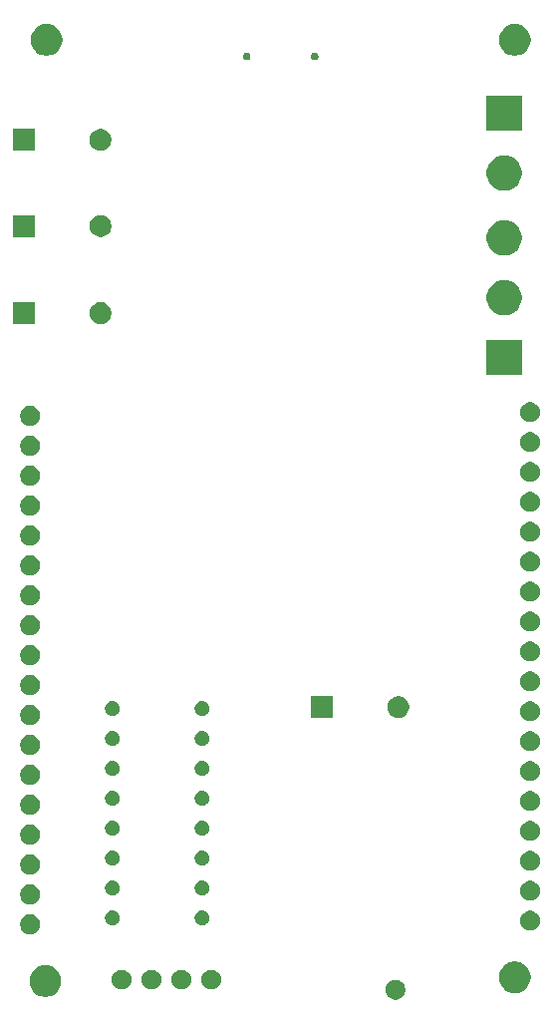
<source format=gbs>
G04 #@! TF.GenerationSoftware,KiCad,Pcbnew,9.0.4-9.0.4-0~ubuntu22.04.1*
G04 #@! TF.CreationDate,2025-09-21T20:47:05-04:00*
G04 #@! TF.ProjectId,Pico_RF_V1,5069636f-5f52-4465-9f56-312e6b696361,rev?*
G04 #@! TF.SameCoordinates,Original*
G04 #@! TF.FileFunction,Soldermask,Bot*
G04 #@! TF.FilePolarity,Negative*
%FSLAX46Y46*%
G04 Gerber Fmt 4.6, Leading zero omitted, Abs format (unit mm)*
G04 Created by KiCad (PCBNEW 9.0.4-9.0.4-0~ubuntu22.04.1) date 2025-09-21 20:47:05*
%MOMM*%
%LPD*%
G01*
G04 APERTURE LIST*
G04 APERTURE END LIST*
G36*
X133496742Y-146436601D02*
G01*
X133650687Y-146500367D01*
X133789234Y-146592941D01*
X133907059Y-146710766D01*
X133999633Y-146849313D01*
X134063399Y-147003258D01*
X134095907Y-147166685D01*
X134095907Y-147333315D01*
X134063399Y-147496742D01*
X133999633Y-147650687D01*
X133907059Y-147789234D01*
X133789234Y-147907059D01*
X133650687Y-147999633D01*
X133496742Y-148063399D01*
X133333315Y-148095907D01*
X133166685Y-148095907D01*
X133003258Y-148063399D01*
X132849313Y-147999633D01*
X132710766Y-147907059D01*
X132592941Y-147789234D01*
X132500367Y-147650687D01*
X132436601Y-147496742D01*
X132404093Y-147333315D01*
X132404093Y-147166685D01*
X132436601Y-147003258D01*
X132500367Y-146849313D01*
X132592941Y-146710766D01*
X132710766Y-146592941D01*
X132849313Y-146500367D01*
X133003258Y-146436601D01*
X133166685Y-146404093D01*
X133333315Y-146404093D01*
X133496742Y-146436601D01*
G37*
G36*
X103815151Y-145212427D02*
G01*
X104016623Y-145277889D01*
X104205373Y-145374062D01*
X104376755Y-145498578D01*
X104526548Y-145648371D01*
X104651064Y-145819753D01*
X104747237Y-146008503D01*
X104812699Y-146209975D01*
X104845838Y-146419206D01*
X104845838Y-146631046D01*
X104812699Y-146840277D01*
X104747237Y-147041749D01*
X104651064Y-147230499D01*
X104526548Y-147401881D01*
X104376755Y-147551674D01*
X104205373Y-147676190D01*
X104016623Y-147772363D01*
X103815151Y-147837825D01*
X103605920Y-147870964D01*
X103394080Y-147870964D01*
X103184849Y-147837825D01*
X102983377Y-147772363D01*
X102794627Y-147676190D01*
X102623245Y-147551674D01*
X102473452Y-147401881D01*
X102348936Y-147230499D01*
X102252763Y-147041749D01*
X102187301Y-146840277D01*
X102154162Y-146631046D01*
X102154162Y-146419206D01*
X102187301Y-146209975D01*
X102252763Y-146008503D01*
X102348936Y-145819753D01*
X102473452Y-145648371D01*
X102623245Y-145498578D01*
X102794627Y-145374062D01*
X102983377Y-145277889D01*
X103184849Y-145212427D01*
X103394080Y-145179288D01*
X103605920Y-145179288D01*
X103815151Y-145212427D01*
G37*
G36*
X143715151Y-144887301D02*
G01*
X143916623Y-144952763D01*
X144105373Y-145048936D01*
X144276755Y-145173452D01*
X144426548Y-145323245D01*
X144551064Y-145494627D01*
X144647237Y-145683377D01*
X144712699Y-145884849D01*
X144745838Y-146094080D01*
X144745838Y-146305920D01*
X144712699Y-146515151D01*
X144647237Y-146716623D01*
X144551064Y-146905373D01*
X144426548Y-147076755D01*
X144276755Y-147226548D01*
X144105373Y-147351064D01*
X143916623Y-147447237D01*
X143715151Y-147512699D01*
X143505920Y-147545838D01*
X143294080Y-147545838D01*
X143084849Y-147512699D01*
X142883377Y-147447237D01*
X142694627Y-147351064D01*
X142523245Y-147226548D01*
X142373452Y-147076755D01*
X142248936Y-146905373D01*
X142152763Y-146716623D01*
X142087301Y-146515151D01*
X142054162Y-146305920D01*
X142054162Y-146094080D01*
X142087301Y-145884849D01*
X142152763Y-145683377D01*
X142248936Y-145494627D01*
X142373452Y-145323245D01*
X142523245Y-145173452D01*
X142694627Y-145048936D01*
X142883377Y-144952763D01*
X143084849Y-144887301D01*
X143294080Y-144854162D01*
X143505920Y-144854162D01*
X143715151Y-144887301D01*
G37*
G36*
X110226742Y-145586601D02*
G01*
X110380687Y-145650367D01*
X110519234Y-145742941D01*
X110637059Y-145860766D01*
X110729633Y-145999313D01*
X110793399Y-146153258D01*
X110825907Y-146316685D01*
X110825907Y-146483315D01*
X110793399Y-146646742D01*
X110729633Y-146800687D01*
X110637059Y-146939234D01*
X110519234Y-147057059D01*
X110380687Y-147149633D01*
X110226742Y-147213399D01*
X110063315Y-147245907D01*
X109896685Y-147245907D01*
X109733258Y-147213399D01*
X109579313Y-147149633D01*
X109440766Y-147057059D01*
X109322941Y-146939234D01*
X109230367Y-146800687D01*
X109166601Y-146646742D01*
X109134093Y-146483315D01*
X109134093Y-146316685D01*
X109166601Y-146153258D01*
X109230367Y-145999313D01*
X109322941Y-145860766D01*
X109440766Y-145742941D01*
X109579313Y-145650367D01*
X109733258Y-145586601D01*
X109896685Y-145554093D01*
X110063315Y-145554093D01*
X110226742Y-145586601D01*
G37*
G36*
X112766742Y-145586601D02*
G01*
X112920687Y-145650367D01*
X113059234Y-145742941D01*
X113177059Y-145860766D01*
X113269633Y-145999313D01*
X113333399Y-146153258D01*
X113365907Y-146316685D01*
X113365907Y-146483315D01*
X113333399Y-146646742D01*
X113269633Y-146800687D01*
X113177059Y-146939234D01*
X113059234Y-147057059D01*
X112920687Y-147149633D01*
X112766742Y-147213399D01*
X112603315Y-147245907D01*
X112436685Y-147245907D01*
X112273258Y-147213399D01*
X112119313Y-147149633D01*
X111980766Y-147057059D01*
X111862941Y-146939234D01*
X111770367Y-146800687D01*
X111706601Y-146646742D01*
X111674093Y-146483315D01*
X111674093Y-146316685D01*
X111706601Y-146153258D01*
X111770367Y-145999313D01*
X111862941Y-145860766D01*
X111980766Y-145742941D01*
X112119313Y-145650367D01*
X112273258Y-145586601D01*
X112436685Y-145554093D01*
X112603315Y-145554093D01*
X112766742Y-145586601D01*
G37*
G36*
X115306742Y-145586601D02*
G01*
X115460687Y-145650367D01*
X115599234Y-145742941D01*
X115717059Y-145860766D01*
X115809633Y-145999313D01*
X115873399Y-146153258D01*
X115905907Y-146316685D01*
X115905907Y-146483315D01*
X115873399Y-146646742D01*
X115809633Y-146800687D01*
X115717059Y-146939234D01*
X115599234Y-147057059D01*
X115460687Y-147149633D01*
X115306742Y-147213399D01*
X115143315Y-147245907D01*
X114976685Y-147245907D01*
X114813258Y-147213399D01*
X114659313Y-147149633D01*
X114520766Y-147057059D01*
X114402941Y-146939234D01*
X114310367Y-146800687D01*
X114246601Y-146646742D01*
X114214093Y-146483315D01*
X114214093Y-146316685D01*
X114246601Y-146153258D01*
X114310367Y-145999313D01*
X114402941Y-145860766D01*
X114520766Y-145742941D01*
X114659313Y-145650367D01*
X114813258Y-145586601D01*
X114976685Y-145554093D01*
X115143315Y-145554093D01*
X115306742Y-145586601D01*
G37*
G36*
X117846742Y-145586601D02*
G01*
X118000687Y-145650367D01*
X118139234Y-145742941D01*
X118257059Y-145860766D01*
X118349633Y-145999313D01*
X118413399Y-146153258D01*
X118445907Y-146316685D01*
X118445907Y-146483315D01*
X118413399Y-146646742D01*
X118349633Y-146800687D01*
X118257059Y-146939234D01*
X118139234Y-147057059D01*
X118000687Y-147149633D01*
X117846742Y-147213399D01*
X117683315Y-147245907D01*
X117516685Y-147245907D01*
X117353258Y-147213399D01*
X117199313Y-147149633D01*
X117060766Y-147057059D01*
X116942941Y-146939234D01*
X116850367Y-146800687D01*
X116786601Y-146646742D01*
X116754093Y-146483315D01*
X116754093Y-146316685D01*
X116786601Y-146153258D01*
X116850367Y-145999313D01*
X116942941Y-145860766D01*
X117060766Y-145742941D01*
X117199313Y-145650367D01*
X117353258Y-145586601D01*
X117516685Y-145554093D01*
X117683315Y-145554093D01*
X117846742Y-145586601D01*
G37*
G36*
X102446742Y-140886601D02*
G01*
X102600687Y-140950367D01*
X102739234Y-141042941D01*
X102857059Y-141160766D01*
X102949633Y-141299313D01*
X103013399Y-141453258D01*
X103045907Y-141616685D01*
X103045907Y-141783315D01*
X103013399Y-141946742D01*
X102949633Y-142100687D01*
X102857059Y-142239234D01*
X102739234Y-142357059D01*
X102600687Y-142449633D01*
X102446742Y-142513399D01*
X102283315Y-142545907D01*
X102116685Y-142545907D01*
X101953258Y-142513399D01*
X101799313Y-142449633D01*
X101660766Y-142357059D01*
X101542941Y-142239234D01*
X101450367Y-142100687D01*
X101386601Y-141946742D01*
X101354093Y-141783315D01*
X101354093Y-141616685D01*
X101386601Y-141453258D01*
X101450367Y-141299313D01*
X101542941Y-141160766D01*
X101660766Y-141042941D01*
X101799313Y-140950367D01*
X101953258Y-140886601D01*
X102116685Y-140854093D01*
X102283315Y-140854093D01*
X102446742Y-140886601D01*
G37*
G36*
X144946742Y-140586601D02*
G01*
X145100687Y-140650367D01*
X145239234Y-140742941D01*
X145357059Y-140860766D01*
X145449633Y-140999313D01*
X145513399Y-141153258D01*
X145545907Y-141316685D01*
X145545907Y-141483315D01*
X145513399Y-141646742D01*
X145449633Y-141800687D01*
X145357059Y-141939234D01*
X145239234Y-142057059D01*
X145100687Y-142149633D01*
X144946742Y-142213399D01*
X144783315Y-142245907D01*
X144616685Y-142245907D01*
X144453258Y-142213399D01*
X144299313Y-142149633D01*
X144160766Y-142057059D01*
X144042941Y-141939234D01*
X143950367Y-141800687D01*
X143886601Y-141646742D01*
X143854093Y-141483315D01*
X143854093Y-141316685D01*
X143886601Y-141153258D01*
X143950367Y-140999313D01*
X144042941Y-140860766D01*
X144160766Y-140742941D01*
X144299313Y-140650367D01*
X144453258Y-140586601D01*
X144616685Y-140554093D01*
X144783315Y-140554093D01*
X144946742Y-140586601D01*
G37*
G36*
X109384186Y-140532821D02*
G01*
X109499101Y-140580421D01*
X109602523Y-140649525D01*
X109690475Y-140737477D01*
X109759579Y-140840899D01*
X109807179Y-140955814D01*
X109831445Y-141077808D01*
X109831445Y-141202192D01*
X109807179Y-141324186D01*
X109759579Y-141439101D01*
X109690475Y-141542523D01*
X109602523Y-141630475D01*
X109499101Y-141699579D01*
X109384186Y-141747179D01*
X109262192Y-141771445D01*
X109137808Y-141771445D01*
X109015814Y-141747179D01*
X108900899Y-141699579D01*
X108797477Y-141630475D01*
X108709525Y-141542523D01*
X108640421Y-141439101D01*
X108592821Y-141324186D01*
X108568555Y-141202192D01*
X108568555Y-141077808D01*
X108592821Y-140955814D01*
X108640421Y-140840899D01*
X108709525Y-140737477D01*
X108797477Y-140649525D01*
X108900899Y-140580421D01*
X109015814Y-140532821D01*
X109137808Y-140508555D01*
X109262192Y-140508555D01*
X109384186Y-140532821D01*
G37*
G36*
X117004186Y-140532821D02*
G01*
X117119101Y-140580421D01*
X117222523Y-140649525D01*
X117310475Y-140737477D01*
X117379579Y-140840899D01*
X117427179Y-140955814D01*
X117451445Y-141077808D01*
X117451445Y-141202192D01*
X117427179Y-141324186D01*
X117379579Y-141439101D01*
X117310475Y-141542523D01*
X117222523Y-141630475D01*
X117119101Y-141699579D01*
X117004186Y-141747179D01*
X116882192Y-141771445D01*
X116757808Y-141771445D01*
X116635814Y-141747179D01*
X116520899Y-141699579D01*
X116417477Y-141630475D01*
X116329525Y-141542523D01*
X116260421Y-141439101D01*
X116212821Y-141324186D01*
X116188555Y-141202192D01*
X116188555Y-141077808D01*
X116212821Y-140955814D01*
X116260421Y-140840899D01*
X116329525Y-140737477D01*
X116417477Y-140649525D01*
X116520899Y-140580421D01*
X116635814Y-140532821D01*
X116757808Y-140508555D01*
X116882192Y-140508555D01*
X117004186Y-140532821D01*
G37*
G36*
X102446742Y-138346601D02*
G01*
X102600687Y-138410367D01*
X102739234Y-138502941D01*
X102857059Y-138620766D01*
X102949633Y-138759313D01*
X103013399Y-138913258D01*
X103045907Y-139076685D01*
X103045907Y-139243315D01*
X103013399Y-139406742D01*
X102949633Y-139560687D01*
X102857059Y-139699234D01*
X102739234Y-139817059D01*
X102600687Y-139909633D01*
X102446742Y-139973399D01*
X102283315Y-140005907D01*
X102116685Y-140005907D01*
X101953258Y-139973399D01*
X101799313Y-139909633D01*
X101660766Y-139817059D01*
X101542941Y-139699234D01*
X101450367Y-139560687D01*
X101386601Y-139406742D01*
X101354093Y-139243315D01*
X101354093Y-139076685D01*
X101386601Y-138913258D01*
X101450367Y-138759313D01*
X101542941Y-138620766D01*
X101660766Y-138502941D01*
X101799313Y-138410367D01*
X101953258Y-138346601D01*
X102116685Y-138314093D01*
X102283315Y-138314093D01*
X102446742Y-138346601D01*
G37*
G36*
X144946742Y-138046601D02*
G01*
X145100687Y-138110367D01*
X145239234Y-138202941D01*
X145357059Y-138320766D01*
X145449633Y-138459313D01*
X145513399Y-138613258D01*
X145545907Y-138776685D01*
X145545907Y-138943315D01*
X145513399Y-139106742D01*
X145449633Y-139260687D01*
X145357059Y-139399234D01*
X145239234Y-139517059D01*
X145100687Y-139609633D01*
X144946742Y-139673399D01*
X144783315Y-139705907D01*
X144616685Y-139705907D01*
X144453258Y-139673399D01*
X144299313Y-139609633D01*
X144160766Y-139517059D01*
X144042941Y-139399234D01*
X143950367Y-139260687D01*
X143886601Y-139106742D01*
X143854093Y-138943315D01*
X143854093Y-138776685D01*
X143886601Y-138613258D01*
X143950367Y-138459313D01*
X144042941Y-138320766D01*
X144160766Y-138202941D01*
X144299313Y-138110367D01*
X144453258Y-138046601D01*
X144616685Y-138014093D01*
X144783315Y-138014093D01*
X144946742Y-138046601D01*
G37*
G36*
X109384186Y-137992821D02*
G01*
X109499101Y-138040421D01*
X109602523Y-138109525D01*
X109690475Y-138197477D01*
X109759579Y-138300899D01*
X109807179Y-138415814D01*
X109831445Y-138537808D01*
X109831445Y-138662192D01*
X109807179Y-138784186D01*
X109759579Y-138899101D01*
X109690475Y-139002523D01*
X109602523Y-139090475D01*
X109499101Y-139159579D01*
X109384186Y-139207179D01*
X109262192Y-139231445D01*
X109137808Y-139231445D01*
X109015814Y-139207179D01*
X108900899Y-139159579D01*
X108797477Y-139090475D01*
X108709525Y-139002523D01*
X108640421Y-138899101D01*
X108592821Y-138784186D01*
X108568555Y-138662192D01*
X108568555Y-138537808D01*
X108592821Y-138415814D01*
X108640421Y-138300899D01*
X108709525Y-138197477D01*
X108797477Y-138109525D01*
X108900899Y-138040421D01*
X109015814Y-137992821D01*
X109137808Y-137968555D01*
X109262192Y-137968555D01*
X109384186Y-137992821D01*
G37*
G36*
X117004186Y-137992821D02*
G01*
X117119101Y-138040421D01*
X117222523Y-138109525D01*
X117310475Y-138197477D01*
X117379579Y-138300899D01*
X117427179Y-138415814D01*
X117451445Y-138537808D01*
X117451445Y-138662192D01*
X117427179Y-138784186D01*
X117379579Y-138899101D01*
X117310475Y-139002523D01*
X117222523Y-139090475D01*
X117119101Y-139159579D01*
X117004186Y-139207179D01*
X116882192Y-139231445D01*
X116757808Y-139231445D01*
X116635814Y-139207179D01*
X116520899Y-139159579D01*
X116417477Y-139090475D01*
X116329525Y-139002523D01*
X116260421Y-138899101D01*
X116212821Y-138784186D01*
X116188555Y-138662192D01*
X116188555Y-138537808D01*
X116212821Y-138415814D01*
X116260421Y-138300899D01*
X116329525Y-138197477D01*
X116417477Y-138109525D01*
X116520899Y-138040421D01*
X116635814Y-137992821D01*
X116757808Y-137968555D01*
X116882192Y-137968555D01*
X117004186Y-137992821D01*
G37*
G36*
X102446742Y-135806601D02*
G01*
X102600687Y-135870367D01*
X102739234Y-135962941D01*
X102857059Y-136080766D01*
X102949633Y-136219313D01*
X103013399Y-136373258D01*
X103045907Y-136536685D01*
X103045907Y-136703315D01*
X103013399Y-136866742D01*
X102949633Y-137020687D01*
X102857059Y-137159234D01*
X102739234Y-137277059D01*
X102600687Y-137369633D01*
X102446742Y-137433399D01*
X102283315Y-137465907D01*
X102116685Y-137465907D01*
X101953258Y-137433399D01*
X101799313Y-137369633D01*
X101660766Y-137277059D01*
X101542941Y-137159234D01*
X101450367Y-137020687D01*
X101386601Y-136866742D01*
X101354093Y-136703315D01*
X101354093Y-136536685D01*
X101386601Y-136373258D01*
X101450367Y-136219313D01*
X101542941Y-136080766D01*
X101660766Y-135962941D01*
X101799313Y-135870367D01*
X101953258Y-135806601D01*
X102116685Y-135774093D01*
X102283315Y-135774093D01*
X102446742Y-135806601D01*
G37*
G36*
X144946742Y-135506601D02*
G01*
X145100687Y-135570367D01*
X145239234Y-135662941D01*
X145357059Y-135780766D01*
X145449633Y-135919313D01*
X145513399Y-136073258D01*
X145545907Y-136236685D01*
X145545907Y-136403315D01*
X145513399Y-136566742D01*
X145449633Y-136720687D01*
X145357059Y-136859234D01*
X145239234Y-136977059D01*
X145100687Y-137069633D01*
X144946742Y-137133399D01*
X144783315Y-137165907D01*
X144616685Y-137165907D01*
X144453258Y-137133399D01*
X144299313Y-137069633D01*
X144160766Y-136977059D01*
X144042941Y-136859234D01*
X143950367Y-136720687D01*
X143886601Y-136566742D01*
X143854093Y-136403315D01*
X143854093Y-136236685D01*
X143886601Y-136073258D01*
X143950367Y-135919313D01*
X144042941Y-135780766D01*
X144160766Y-135662941D01*
X144299313Y-135570367D01*
X144453258Y-135506601D01*
X144616685Y-135474093D01*
X144783315Y-135474093D01*
X144946742Y-135506601D01*
G37*
G36*
X109384186Y-135452821D02*
G01*
X109499101Y-135500421D01*
X109602523Y-135569525D01*
X109690475Y-135657477D01*
X109759579Y-135760899D01*
X109807179Y-135875814D01*
X109831445Y-135997808D01*
X109831445Y-136122192D01*
X109807179Y-136244186D01*
X109759579Y-136359101D01*
X109690475Y-136462523D01*
X109602523Y-136550475D01*
X109499101Y-136619579D01*
X109384186Y-136667179D01*
X109262192Y-136691445D01*
X109137808Y-136691445D01*
X109015814Y-136667179D01*
X108900899Y-136619579D01*
X108797477Y-136550475D01*
X108709525Y-136462523D01*
X108640421Y-136359101D01*
X108592821Y-136244186D01*
X108568555Y-136122192D01*
X108568555Y-135997808D01*
X108592821Y-135875814D01*
X108640421Y-135760899D01*
X108709525Y-135657477D01*
X108797477Y-135569525D01*
X108900899Y-135500421D01*
X109015814Y-135452821D01*
X109137808Y-135428555D01*
X109262192Y-135428555D01*
X109384186Y-135452821D01*
G37*
G36*
X117004186Y-135452821D02*
G01*
X117119101Y-135500421D01*
X117222523Y-135569525D01*
X117310475Y-135657477D01*
X117379579Y-135760899D01*
X117427179Y-135875814D01*
X117451445Y-135997808D01*
X117451445Y-136122192D01*
X117427179Y-136244186D01*
X117379579Y-136359101D01*
X117310475Y-136462523D01*
X117222523Y-136550475D01*
X117119101Y-136619579D01*
X117004186Y-136667179D01*
X116882192Y-136691445D01*
X116757808Y-136691445D01*
X116635814Y-136667179D01*
X116520899Y-136619579D01*
X116417477Y-136550475D01*
X116329525Y-136462523D01*
X116260421Y-136359101D01*
X116212821Y-136244186D01*
X116188555Y-136122192D01*
X116188555Y-135997808D01*
X116212821Y-135875814D01*
X116260421Y-135760899D01*
X116329525Y-135657477D01*
X116417477Y-135569525D01*
X116520899Y-135500421D01*
X116635814Y-135452821D01*
X116757808Y-135428555D01*
X116882192Y-135428555D01*
X117004186Y-135452821D01*
G37*
G36*
X102446742Y-133266601D02*
G01*
X102600687Y-133330367D01*
X102739234Y-133422941D01*
X102857059Y-133540766D01*
X102949633Y-133679313D01*
X103013399Y-133833258D01*
X103045907Y-133996685D01*
X103045907Y-134163315D01*
X103013399Y-134326742D01*
X102949633Y-134480687D01*
X102857059Y-134619234D01*
X102739234Y-134737059D01*
X102600687Y-134829633D01*
X102446742Y-134893399D01*
X102283315Y-134925907D01*
X102116685Y-134925907D01*
X101953258Y-134893399D01*
X101799313Y-134829633D01*
X101660766Y-134737059D01*
X101542941Y-134619234D01*
X101450367Y-134480687D01*
X101386601Y-134326742D01*
X101354093Y-134163315D01*
X101354093Y-133996685D01*
X101386601Y-133833258D01*
X101450367Y-133679313D01*
X101542941Y-133540766D01*
X101660766Y-133422941D01*
X101799313Y-133330367D01*
X101953258Y-133266601D01*
X102116685Y-133234093D01*
X102283315Y-133234093D01*
X102446742Y-133266601D01*
G37*
G36*
X144946742Y-132966601D02*
G01*
X145100687Y-133030367D01*
X145239234Y-133122941D01*
X145357059Y-133240766D01*
X145449633Y-133379313D01*
X145513399Y-133533258D01*
X145545907Y-133696685D01*
X145545907Y-133863315D01*
X145513399Y-134026742D01*
X145449633Y-134180687D01*
X145357059Y-134319234D01*
X145239234Y-134437059D01*
X145100687Y-134529633D01*
X144946742Y-134593399D01*
X144783315Y-134625907D01*
X144616685Y-134625907D01*
X144453258Y-134593399D01*
X144299313Y-134529633D01*
X144160766Y-134437059D01*
X144042941Y-134319234D01*
X143950367Y-134180687D01*
X143886601Y-134026742D01*
X143854093Y-133863315D01*
X143854093Y-133696685D01*
X143886601Y-133533258D01*
X143950367Y-133379313D01*
X144042941Y-133240766D01*
X144160766Y-133122941D01*
X144299313Y-133030367D01*
X144453258Y-132966601D01*
X144616685Y-132934093D01*
X144783315Y-132934093D01*
X144946742Y-132966601D01*
G37*
G36*
X109384186Y-132912821D02*
G01*
X109499101Y-132960421D01*
X109602523Y-133029525D01*
X109690475Y-133117477D01*
X109759579Y-133220899D01*
X109807179Y-133335814D01*
X109831445Y-133457808D01*
X109831445Y-133582192D01*
X109807179Y-133704186D01*
X109759579Y-133819101D01*
X109690475Y-133922523D01*
X109602523Y-134010475D01*
X109499101Y-134079579D01*
X109384186Y-134127179D01*
X109262192Y-134151445D01*
X109137808Y-134151445D01*
X109015814Y-134127179D01*
X108900899Y-134079579D01*
X108797477Y-134010475D01*
X108709525Y-133922523D01*
X108640421Y-133819101D01*
X108592821Y-133704186D01*
X108568555Y-133582192D01*
X108568555Y-133457808D01*
X108592821Y-133335814D01*
X108640421Y-133220899D01*
X108709525Y-133117477D01*
X108797477Y-133029525D01*
X108900899Y-132960421D01*
X109015814Y-132912821D01*
X109137808Y-132888555D01*
X109262192Y-132888555D01*
X109384186Y-132912821D01*
G37*
G36*
X117004186Y-132912821D02*
G01*
X117119101Y-132960421D01*
X117222523Y-133029525D01*
X117310475Y-133117477D01*
X117379579Y-133220899D01*
X117427179Y-133335814D01*
X117451445Y-133457808D01*
X117451445Y-133582192D01*
X117427179Y-133704186D01*
X117379579Y-133819101D01*
X117310475Y-133922523D01*
X117222523Y-134010475D01*
X117119101Y-134079579D01*
X117004186Y-134127179D01*
X116882192Y-134151445D01*
X116757808Y-134151445D01*
X116635814Y-134127179D01*
X116520899Y-134079579D01*
X116417477Y-134010475D01*
X116329525Y-133922523D01*
X116260421Y-133819101D01*
X116212821Y-133704186D01*
X116188555Y-133582192D01*
X116188555Y-133457808D01*
X116212821Y-133335814D01*
X116260421Y-133220899D01*
X116329525Y-133117477D01*
X116417477Y-133029525D01*
X116520899Y-132960421D01*
X116635814Y-132912821D01*
X116757808Y-132888555D01*
X116882192Y-132888555D01*
X117004186Y-132912821D01*
G37*
G36*
X102446742Y-130726601D02*
G01*
X102600687Y-130790367D01*
X102739234Y-130882941D01*
X102857059Y-131000766D01*
X102949633Y-131139313D01*
X103013399Y-131293258D01*
X103045907Y-131456685D01*
X103045907Y-131623315D01*
X103013399Y-131786742D01*
X102949633Y-131940687D01*
X102857059Y-132079234D01*
X102739234Y-132197059D01*
X102600687Y-132289633D01*
X102446742Y-132353399D01*
X102283315Y-132385907D01*
X102116685Y-132385907D01*
X101953258Y-132353399D01*
X101799313Y-132289633D01*
X101660766Y-132197059D01*
X101542941Y-132079234D01*
X101450367Y-131940687D01*
X101386601Y-131786742D01*
X101354093Y-131623315D01*
X101354093Y-131456685D01*
X101386601Y-131293258D01*
X101450367Y-131139313D01*
X101542941Y-131000766D01*
X101660766Y-130882941D01*
X101799313Y-130790367D01*
X101953258Y-130726601D01*
X102116685Y-130694093D01*
X102283315Y-130694093D01*
X102446742Y-130726601D01*
G37*
G36*
X144946742Y-130426601D02*
G01*
X145100687Y-130490367D01*
X145239234Y-130582941D01*
X145357059Y-130700766D01*
X145449633Y-130839313D01*
X145513399Y-130993258D01*
X145545907Y-131156685D01*
X145545907Y-131323315D01*
X145513399Y-131486742D01*
X145449633Y-131640687D01*
X145357059Y-131779234D01*
X145239234Y-131897059D01*
X145100687Y-131989633D01*
X144946742Y-132053399D01*
X144783315Y-132085907D01*
X144616685Y-132085907D01*
X144453258Y-132053399D01*
X144299313Y-131989633D01*
X144160766Y-131897059D01*
X144042941Y-131779234D01*
X143950367Y-131640687D01*
X143886601Y-131486742D01*
X143854093Y-131323315D01*
X143854093Y-131156685D01*
X143886601Y-130993258D01*
X143950367Y-130839313D01*
X144042941Y-130700766D01*
X144160766Y-130582941D01*
X144299313Y-130490367D01*
X144453258Y-130426601D01*
X144616685Y-130394093D01*
X144783315Y-130394093D01*
X144946742Y-130426601D01*
G37*
G36*
X109384186Y-130372821D02*
G01*
X109499101Y-130420421D01*
X109602523Y-130489525D01*
X109690475Y-130577477D01*
X109759579Y-130680899D01*
X109807179Y-130795814D01*
X109831445Y-130917808D01*
X109831445Y-131042192D01*
X109807179Y-131164186D01*
X109759579Y-131279101D01*
X109690475Y-131382523D01*
X109602523Y-131470475D01*
X109499101Y-131539579D01*
X109384186Y-131587179D01*
X109262192Y-131611445D01*
X109137808Y-131611445D01*
X109015814Y-131587179D01*
X108900899Y-131539579D01*
X108797477Y-131470475D01*
X108709525Y-131382523D01*
X108640421Y-131279101D01*
X108592821Y-131164186D01*
X108568555Y-131042192D01*
X108568555Y-130917808D01*
X108592821Y-130795814D01*
X108640421Y-130680899D01*
X108709525Y-130577477D01*
X108797477Y-130489525D01*
X108900899Y-130420421D01*
X109015814Y-130372821D01*
X109137808Y-130348555D01*
X109262192Y-130348555D01*
X109384186Y-130372821D01*
G37*
G36*
X117004186Y-130372821D02*
G01*
X117119101Y-130420421D01*
X117222523Y-130489525D01*
X117310475Y-130577477D01*
X117379579Y-130680899D01*
X117427179Y-130795814D01*
X117451445Y-130917808D01*
X117451445Y-131042192D01*
X117427179Y-131164186D01*
X117379579Y-131279101D01*
X117310475Y-131382523D01*
X117222523Y-131470475D01*
X117119101Y-131539579D01*
X117004186Y-131587179D01*
X116882192Y-131611445D01*
X116757808Y-131611445D01*
X116635814Y-131587179D01*
X116520899Y-131539579D01*
X116417477Y-131470475D01*
X116329525Y-131382523D01*
X116260421Y-131279101D01*
X116212821Y-131164186D01*
X116188555Y-131042192D01*
X116188555Y-130917808D01*
X116212821Y-130795814D01*
X116260421Y-130680899D01*
X116329525Y-130577477D01*
X116417477Y-130489525D01*
X116520899Y-130420421D01*
X116635814Y-130372821D01*
X116757808Y-130348555D01*
X116882192Y-130348555D01*
X117004186Y-130372821D01*
G37*
G36*
X102446742Y-128186601D02*
G01*
X102600687Y-128250367D01*
X102739234Y-128342941D01*
X102857059Y-128460766D01*
X102949633Y-128599313D01*
X103013399Y-128753258D01*
X103045907Y-128916685D01*
X103045907Y-129083315D01*
X103013399Y-129246742D01*
X102949633Y-129400687D01*
X102857059Y-129539234D01*
X102739234Y-129657059D01*
X102600687Y-129749633D01*
X102446742Y-129813399D01*
X102283315Y-129845907D01*
X102116685Y-129845907D01*
X101953258Y-129813399D01*
X101799313Y-129749633D01*
X101660766Y-129657059D01*
X101542941Y-129539234D01*
X101450367Y-129400687D01*
X101386601Y-129246742D01*
X101354093Y-129083315D01*
X101354093Y-128916685D01*
X101386601Y-128753258D01*
X101450367Y-128599313D01*
X101542941Y-128460766D01*
X101660766Y-128342941D01*
X101799313Y-128250367D01*
X101953258Y-128186601D01*
X102116685Y-128154093D01*
X102283315Y-128154093D01*
X102446742Y-128186601D01*
G37*
G36*
X144946742Y-127886601D02*
G01*
X145100687Y-127950367D01*
X145239234Y-128042941D01*
X145357059Y-128160766D01*
X145449633Y-128299313D01*
X145513399Y-128453258D01*
X145545907Y-128616685D01*
X145545907Y-128783315D01*
X145513399Y-128946742D01*
X145449633Y-129100687D01*
X145357059Y-129239234D01*
X145239234Y-129357059D01*
X145100687Y-129449633D01*
X144946742Y-129513399D01*
X144783315Y-129545907D01*
X144616685Y-129545907D01*
X144453258Y-129513399D01*
X144299313Y-129449633D01*
X144160766Y-129357059D01*
X144042941Y-129239234D01*
X143950367Y-129100687D01*
X143886601Y-128946742D01*
X143854093Y-128783315D01*
X143854093Y-128616685D01*
X143886601Y-128453258D01*
X143950367Y-128299313D01*
X144042941Y-128160766D01*
X144160766Y-128042941D01*
X144299313Y-127950367D01*
X144453258Y-127886601D01*
X144616685Y-127854093D01*
X144783315Y-127854093D01*
X144946742Y-127886601D01*
G37*
G36*
X109384186Y-127832821D02*
G01*
X109499101Y-127880421D01*
X109602523Y-127949525D01*
X109690475Y-128037477D01*
X109759579Y-128140899D01*
X109807179Y-128255814D01*
X109831445Y-128377808D01*
X109831445Y-128502192D01*
X109807179Y-128624186D01*
X109759579Y-128739101D01*
X109690475Y-128842523D01*
X109602523Y-128930475D01*
X109499101Y-128999579D01*
X109384186Y-129047179D01*
X109262192Y-129071445D01*
X109137808Y-129071445D01*
X109015814Y-129047179D01*
X108900899Y-128999579D01*
X108797477Y-128930475D01*
X108709525Y-128842523D01*
X108640421Y-128739101D01*
X108592821Y-128624186D01*
X108568555Y-128502192D01*
X108568555Y-128377808D01*
X108592821Y-128255814D01*
X108640421Y-128140899D01*
X108709525Y-128037477D01*
X108797477Y-127949525D01*
X108900899Y-127880421D01*
X109015814Y-127832821D01*
X109137808Y-127808555D01*
X109262192Y-127808555D01*
X109384186Y-127832821D01*
G37*
G36*
X117004186Y-127832821D02*
G01*
X117119101Y-127880421D01*
X117222523Y-127949525D01*
X117310475Y-128037477D01*
X117379579Y-128140899D01*
X117427179Y-128255814D01*
X117451445Y-128377808D01*
X117451445Y-128502192D01*
X117427179Y-128624186D01*
X117379579Y-128739101D01*
X117310475Y-128842523D01*
X117222523Y-128930475D01*
X117119101Y-128999579D01*
X117004186Y-129047179D01*
X116882192Y-129071445D01*
X116757808Y-129071445D01*
X116635814Y-129047179D01*
X116520899Y-128999579D01*
X116417477Y-128930475D01*
X116329525Y-128842523D01*
X116260421Y-128739101D01*
X116212821Y-128624186D01*
X116188555Y-128502192D01*
X116188555Y-128377808D01*
X116212821Y-128255814D01*
X116260421Y-128140899D01*
X116329525Y-128037477D01*
X116417477Y-127949525D01*
X116520899Y-127880421D01*
X116635814Y-127832821D01*
X116757808Y-127808555D01*
X116882192Y-127808555D01*
X117004186Y-127832821D01*
G37*
G36*
X102446742Y-125646601D02*
G01*
X102600687Y-125710367D01*
X102739234Y-125802941D01*
X102857059Y-125920766D01*
X102949633Y-126059313D01*
X103013399Y-126213258D01*
X103045907Y-126376685D01*
X103045907Y-126543315D01*
X103013399Y-126706742D01*
X102949633Y-126860687D01*
X102857059Y-126999234D01*
X102739234Y-127117059D01*
X102600687Y-127209633D01*
X102446742Y-127273399D01*
X102283315Y-127305907D01*
X102116685Y-127305907D01*
X101953258Y-127273399D01*
X101799313Y-127209633D01*
X101660766Y-127117059D01*
X101542941Y-126999234D01*
X101450367Y-126860687D01*
X101386601Y-126706742D01*
X101354093Y-126543315D01*
X101354093Y-126376685D01*
X101386601Y-126213258D01*
X101450367Y-126059313D01*
X101542941Y-125920766D01*
X101660766Y-125802941D01*
X101799313Y-125710367D01*
X101953258Y-125646601D01*
X102116685Y-125614093D01*
X102283315Y-125614093D01*
X102446742Y-125646601D01*
G37*
G36*
X144946742Y-125346601D02*
G01*
X145100687Y-125410367D01*
X145239234Y-125502941D01*
X145357059Y-125620766D01*
X145449633Y-125759313D01*
X145513399Y-125913258D01*
X145545907Y-126076685D01*
X145545907Y-126243315D01*
X145513399Y-126406742D01*
X145449633Y-126560687D01*
X145357059Y-126699234D01*
X145239234Y-126817059D01*
X145100687Y-126909633D01*
X144946742Y-126973399D01*
X144783315Y-127005907D01*
X144616685Y-127005907D01*
X144453258Y-126973399D01*
X144299313Y-126909633D01*
X144160766Y-126817059D01*
X144042941Y-126699234D01*
X143950367Y-126560687D01*
X143886601Y-126406742D01*
X143854093Y-126243315D01*
X143854093Y-126076685D01*
X143886601Y-125913258D01*
X143950367Y-125759313D01*
X144042941Y-125620766D01*
X144160766Y-125502941D01*
X144299313Y-125410367D01*
X144453258Y-125346601D01*
X144616685Y-125314093D01*
X144783315Y-125314093D01*
X144946742Y-125346601D01*
G37*
G36*
X109384186Y-125292821D02*
G01*
X109499101Y-125340421D01*
X109602523Y-125409525D01*
X109690475Y-125497477D01*
X109759579Y-125600899D01*
X109807179Y-125715814D01*
X109831445Y-125837808D01*
X109831445Y-125962192D01*
X109807179Y-126084186D01*
X109759579Y-126199101D01*
X109690475Y-126302523D01*
X109602523Y-126390475D01*
X109499101Y-126459579D01*
X109384186Y-126507179D01*
X109262192Y-126531445D01*
X109137808Y-126531445D01*
X109015814Y-126507179D01*
X108900899Y-126459579D01*
X108797477Y-126390475D01*
X108709525Y-126302523D01*
X108640421Y-126199101D01*
X108592821Y-126084186D01*
X108568555Y-125962192D01*
X108568555Y-125837808D01*
X108592821Y-125715814D01*
X108640421Y-125600899D01*
X108709525Y-125497477D01*
X108797477Y-125409525D01*
X108900899Y-125340421D01*
X109015814Y-125292821D01*
X109137808Y-125268555D01*
X109262192Y-125268555D01*
X109384186Y-125292821D01*
G37*
G36*
X117004186Y-125292821D02*
G01*
X117119101Y-125340421D01*
X117222523Y-125409525D01*
X117310475Y-125497477D01*
X117379579Y-125600899D01*
X117427179Y-125715814D01*
X117451445Y-125837808D01*
X117451445Y-125962192D01*
X117427179Y-126084186D01*
X117379579Y-126199101D01*
X117310475Y-126302523D01*
X117222523Y-126390475D01*
X117119101Y-126459579D01*
X117004186Y-126507179D01*
X116882192Y-126531445D01*
X116757808Y-126531445D01*
X116635814Y-126507179D01*
X116520899Y-126459579D01*
X116417477Y-126390475D01*
X116329525Y-126302523D01*
X116260421Y-126199101D01*
X116212821Y-126084186D01*
X116188555Y-125962192D01*
X116188555Y-125837808D01*
X116212821Y-125715814D01*
X116260421Y-125600899D01*
X116329525Y-125497477D01*
X116417477Y-125409525D01*
X116520899Y-125340421D01*
X116635814Y-125292821D01*
X116757808Y-125268555D01*
X116882192Y-125268555D01*
X117004186Y-125292821D01*
G37*
G36*
X102446742Y-123106601D02*
G01*
X102600687Y-123170367D01*
X102739234Y-123262941D01*
X102857059Y-123380766D01*
X102949633Y-123519313D01*
X103013399Y-123673258D01*
X103045907Y-123836685D01*
X103045907Y-124003315D01*
X103013399Y-124166742D01*
X102949633Y-124320687D01*
X102857059Y-124459234D01*
X102739234Y-124577059D01*
X102600687Y-124669633D01*
X102446742Y-124733399D01*
X102283315Y-124765907D01*
X102116685Y-124765907D01*
X101953258Y-124733399D01*
X101799313Y-124669633D01*
X101660766Y-124577059D01*
X101542941Y-124459234D01*
X101450367Y-124320687D01*
X101386601Y-124166742D01*
X101354093Y-124003315D01*
X101354093Y-123836685D01*
X101386601Y-123673258D01*
X101450367Y-123519313D01*
X101542941Y-123380766D01*
X101660766Y-123262941D01*
X101799313Y-123170367D01*
X101953258Y-123106601D01*
X102116685Y-123074093D01*
X102283315Y-123074093D01*
X102446742Y-123106601D01*
G37*
G36*
X144946742Y-122806601D02*
G01*
X145100687Y-122870367D01*
X145239234Y-122962941D01*
X145357059Y-123080766D01*
X145449633Y-123219313D01*
X145513399Y-123373258D01*
X145545907Y-123536685D01*
X145545907Y-123703315D01*
X145513399Y-123866742D01*
X145449633Y-124020687D01*
X145357059Y-124159234D01*
X145239234Y-124277059D01*
X145100687Y-124369633D01*
X144946742Y-124433399D01*
X144783315Y-124465907D01*
X144616685Y-124465907D01*
X144453258Y-124433399D01*
X144299313Y-124369633D01*
X144160766Y-124277059D01*
X144042941Y-124159234D01*
X143950367Y-124020687D01*
X143886601Y-123866742D01*
X143854093Y-123703315D01*
X143854093Y-123536685D01*
X143886601Y-123373258D01*
X143950367Y-123219313D01*
X144042941Y-123080766D01*
X144160766Y-122962941D01*
X144299313Y-122870367D01*
X144453258Y-122806601D01*
X144616685Y-122774093D01*
X144783315Y-122774093D01*
X144946742Y-122806601D01*
G37*
G36*
X127930000Y-124180000D02*
G01*
X126070000Y-124180000D01*
X126070000Y-122320000D01*
X127930000Y-122320000D01*
X127930000Y-124180000D01*
G37*
G36*
X133769965Y-122360045D02*
G01*
X133938399Y-122429813D01*
X134089986Y-122531100D01*
X134218900Y-122660014D01*
X134320187Y-122811601D01*
X134389955Y-122980035D01*
X134425522Y-123158844D01*
X134425522Y-123341156D01*
X134389955Y-123519965D01*
X134320187Y-123688399D01*
X134218900Y-123839986D01*
X134089986Y-123968900D01*
X133938399Y-124070187D01*
X133769965Y-124139955D01*
X133591156Y-124175522D01*
X133408844Y-124175522D01*
X133230035Y-124139955D01*
X133061601Y-124070187D01*
X132910014Y-123968900D01*
X132781100Y-123839986D01*
X132679813Y-123688399D01*
X132610045Y-123519965D01*
X132574478Y-123341156D01*
X132574478Y-123158844D01*
X132610045Y-122980035D01*
X132679813Y-122811601D01*
X132781100Y-122660014D01*
X132910014Y-122531100D01*
X133061601Y-122429813D01*
X133230035Y-122360045D01*
X133408844Y-122324478D01*
X133591156Y-122324478D01*
X133769965Y-122360045D01*
G37*
G36*
X109384186Y-122752821D02*
G01*
X109499101Y-122800421D01*
X109602523Y-122869525D01*
X109690475Y-122957477D01*
X109759579Y-123060899D01*
X109807179Y-123175814D01*
X109831445Y-123297808D01*
X109831445Y-123422192D01*
X109807179Y-123544186D01*
X109759579Y-123659101D01*
X109690475Y-123762523D01*
X109602523Y-123850475D01*
X109499101Y-123919579D01*
X109384186Y-123967179D01*
X109262192Y-123991445D01*
X109137808Y-123991445D01*
X109015814Y-123967179D01*
X108900899Y-123919579D01*
X108797477Y-123850475D01*
X108709525Y-123762523D01*
X108640421Y-123659101D01*
X108592821Y-123544186D01*
X108568555Y-123422192D01*
X108568555Y-123297808D01*
X108592821Y-123175814D01*
X108640421Y-123060899D01*
X108709525Y-122957477D01*
X108797477Y-122869525D01*
X108900899Y-122800421D01*
X109015814Y-122752821D01*
X109137808Y-122728555D01*
X109262192Y-122728555D01*
X109384186Y-122752821D01*
G37*
G36*
X117004186Y-122752821D02*
G01*
X117119101Y-122800421D01*
X117222523Y-122869525D01*
X117310475Y-122957477D01*
X117379579Y-123060899D01*
X117427179Y-123175814D01*
X117451445Y-123297808D01*
X117451445Y-123422192D01*
X117427179Y-123544186D01*
X117379579Y-123659101D01*
X117310475Y-123762523D01*
X117222523Y-123850475D01*
X117119101Y-123919579D01*
X117004186Y-123967179D01*
X116882192Y-123991445D01*
X116757808Y-123991445D01*
X116635814Y-123967179D01*
X116520899Y-123919579D01*
X116417477Y-123850475D01*
X116329525Y-123762523D01*
X116260421Y-123659101D01*
X116212821Y-123544186D01*
X116188555Y-123422192D01*
X116188555Y-123297808D01*
X116212821Y-123175814D01*
X116260421Y-123060899D01*
X116329525Y-122957477D01*
X116417477Y-122869525D01*
X116520899Y-122800421D01*
X116635814Y-122752821D01*
X116757808Y-122728555D01*
X116882192Y-122728555D01*
X117004186Y-122752821D01*
G37*
G36*
X102446742Y-120566601D02*
G01*
X102600687Y-120630367D01*
X102739234Y-120722941D01*
X102857059Y-120840766D01*
X102949633Y-120979313D01*
X103013399Y-121133258D01*
X103045907Y-121296685D01*
X103045907Y-121463315D01*
X103013399Y-121626742D01*
X102949633Y-121780687D01*
X102857059Y-121919234D01*
X102739234Y-122037059D01*
X102600687Y-122129633D01*
X102446742Y-122193399D01*
X102283315Y-122225907D01*
X102116685Y-122225907D01*
X101953258Y-122193399D01*
X101799313Y-122129633D01*
X101660766Y-122037059D01*
X101542941Y-121919234D01*
X101450367Y-121780687D01*
X101386601Y-121626742D01*
X101354093Y-121463315D01*
X101354093Y-121296685D01*
X101386601Y-121133258D01*
X101450367Y-120979313D01*
X101542941Y-120840766D01*
X101660766Y-120722941D01*
X101799313Y-120630367D01*
X101953258Y-120566601D01*
X102116685Y-120534093D01*
X102283315Y-120534093D01*
X102446742Y-120566601D01*
G37*
G36*
X144946742Y-120266601D02*
G01*
X145100687Y-120330367D01*
X145239234Y-120422941D01*
X145357059Y-120540766D01*
X145449633Y-120679313D01*
X145513399Y-120833258D01*
X145545907Y-120996685D01*
X145545907Y-121163315D01*
X145513399Y-121326742D01*
X145449633Y-121480687D01*
X145357059Y-121619234D01*
X145239234Y-121737059D01*
X145100687Y-121829633D01*
X144946742Y-121893399D01*
X144783315Y-121925907D01*
X144616685Y-121925907D01*
X144453258Y-121893399D01*
X144299313Y-121829633D01*
X144160766Y-121737059D01*
X144042941Y-121619234D01*
X143950367Y-121480687D01*
X143886601Y-121326742D01*
X143854093Y-121163315D01*
X143854093Y-120996685D01*
X143886601Y-120833258D01*
X143950367Y-120679313D01*
X144042941Y-120540766D01*
X144160766Y-120422941D01*
X144299313Y-120330367D01*
X144453258Y-120266601D01*
X144616685Y-120234093D01*
X144783315Y-120234093D01*
X144946742Y-120266601D01*
G37*
G36*
X102446742Y-118026601D02*
G01*
X102600687Y-118090367D01*
X102739234Y-118182941D01*
X102857059Y-118300766D01*
X102949633Y-118439313D01*
X103013399Y-118593258D01*
X103045907Y-118756685D01*
X103045907Y-118923315D01*
X103013399Y-119086742D01*
X102949633Y-119240687D01*
X102857059Y-119379234D01*
X102739234Y-119497059D01*
X102600687Y-119589633D01*
X102446742Y-119653399D01*
X102283315Y-119685907D01*
X102116685Y-119685907D01*
X101953258Y-119653399D01*
X101799313Y-119589633D01*
X101660766Y-119497059D01*
X101542941Y-119379234D01*
X101450367Y-119240687D01*
X101386601Y-119086742D01*
X101354093Y-118923315D01*
X101354093Y-118756685D01*
X101386601Y-118593258D01*
X101450367Y-118439313D01*
X101542941Y-118300766D01*
X101660766Y-118182941D01*
X101799313Y-118090367D01*
X101953258Y-118026601D01*
X102116685Y-117994093D01*
X102283315Y-117994093D01*
X102446742Y-118026601D01*
G37*
G36*
X144946742Y-117726601D02*
G01*
X145100687Y-117790367D01*
X145239234Y-117882941D01*
X145357059Y-118000766D01*
X145449633Y-118139313D01*
X145513399Y-118293258D01*
X145545907Y-118456685D01*
X145545907Y-118623315D01*
X145513399Y-118786742D01*
X145449633Y-118940687D01*
X145357059Y-119079234D01*
X145239234Y-119197059D01*
X145100687Y-119289633D01*
X144946742Y-119353399D01*
X144783315Y-119385907D01*
X144616685Y-119385907D01*
X144453258Y-119353399D01*
X144299313Y-119289633D01*
X144160766Y-119197059D01*
X144042941Y-119079234D01*
X143950367Y-118940687D01*
X143886601Y-118786742D01*
X143854093Y-118623315D01*
X143854093Y-118456685D01*
X143886601Y-118293258D01*
X143950367Y-118139313D01*
X144042941Y-118000766D01*
X144160766Y-117882941D01*
X144299313Y-117790367D01*
X144453258Y-117726601D01*
X144616685Y-117694093D01*
X144783315Y-117694093D01*
X144946742Y-117726601D01*
G37*
G36*
X102446742Y-115486601D02*
G01*
X102600687Y-115550367D01*
X102739234Y-115642941D01*
X102857059Y-115760766D01*
X102949633Y-115899313D01*
X103013399Y-116053258D01*
X103045907Y-116216685D01*
X103045907Y-116383315D01*
X103013399Y-116546742D01*
X102949633Y-116700687D01*
X102857059Y-116839234D01*
X102739234Y-116957059D01*
X102600687Y-117049633D01*
X102446742Y-117113399D01*
X102283315Y-117145907D01*
X102116685Y-117145907D01*
X101953258Y-117113399D01*
X101799313Y-117049633D01*
X101660766Y-116957059D01*
X101542941Y-116839234D01*
X101450367Y-116700687D01*
X101386601Y-116546742D01*
X101354093Y-116383315D01*
X101354093Y-116216685D01*
X101386601Y-116053258D01*
X101450367Y-115899313D01*
X101542941Y-115760766D01*
X101660766Y-115642941D01*
X101799313Y-115550367D01*
X101953258Y-115486601D01*
X102116685Y-115454093D01*
X102283315Y-115454093D01*
X102446742Y-115486601D01*
G37*
G36*
X144946742Y-115186601D02*
G01*
X145100687Y-115250367D01*
X145239234Y-115342941D01*
X145357059Y-115460766D01*
X145449633Y-115599313D01*
X145513399Y-115753258D01*
X145545907Y-115916685D01*
X145545907Y-116083315D01*
X145513399Y-116246742D01*
X145449633Y-116400687D01*
X145357059Y-116539234D01*
X145239234Y-116657059D01*
X145100687Y-116749633D01*
X144946742Y-116813399D01*
X144783315Y-116845907D01*
X144616685Y-116845907D01*
X144453258Y-116813399D01*
X144299313Y-116749633D01*
X144160766Y-116657059D01*
X144042941Y-116539234D01*
X143950367Y-116400687D01*
X143886601Y-116246742D01*
X143854093Y-116083315D01*
X143854093Y-115916685D01*
X143886601Y-115753258D01*
X143950367Y-115599313D01*
X144042941Y-115460766D01*
X144160766Y-115342941D01*
X144299313Y-115250367D01*
X144453258Y-115186601D01*
X144616685Y-115154093D01*
X144783315Y-115154093D01*
X144946742Y-115186601D01*
G37*
G36*
X102446742Y-112946601D02*
G01*
X102600687Y-113010367D01*
X102739234Y-113102941D01*
X102857059Y-113220766D01*
X102949633Y-113359313D01*
X103013399Y-113513258D01*
X103045907Y-113676685D01*
X103045907Y-113843315D01*
X103013399Y-114006742D01*
X102949633Y-114160687D01*
X102857059Y-114299234D01*
X102739234Y-114417059D01*
X102600687Y-114509633D01*
X102446742Y-114573399D01*
X102283315Y-114605907D01*
X102116685Y-114605907D01*
X101953258Y-114573399D01*
X101799313Y-114509633D01*
X101660766Y-114417059D01*
X101542941Y-114299234D01*
X101450367Y-114160687D01*
X101386601Y-114006742D01*
X101354093Y-113843315D01*
X101354093Y-113676685D01*
X101386601Y-113513258D01*
X101450367Y-113359313D01*
X101542941Y-113220766D01*
X101660766Y-113102941D01*
X101799313Y-113010367D01*
X101953258Y-112946601D01*
X102116685Y-112914093D01*
X102283315Y-112914093D01*
X102446742Y-112946601D01*
G37*
G36*
X144946742Y-112646601D02*
G01*
X145100687Y-112710367D01*
X145239234Y-112802941D01*
X145357059Y-112920766D01*
X145449633Y-113059313D01*
X145513399Y-113213258D01*
X145545907Y-113376685D01*
X145545907Y-113543315D01*
X145513399Y-113706742D01*
X145449633Y-113860687D01*
X145357059Y-113999234D01*
X145239234Y-114117059D01*
X145100687Y-114209633D01*
X144946742Y-114273399D01*
X144783315Y-114305907D01*
X144616685Y-114305907D01*
X144453258Y-114273399D01*
X144299313Y-114209633D01*
X144160766Y-114117059D01*
X144042941Y-113999234D01*
X143950367Y-113860687D01*
X143886601Y-113706742D01*
X143854093Y-113543315D01*
X143854093Y-113376685D01*
X143886601Y-113213258D01*
X143950367Y-113059313D01*
X144042941Y-112920766D01*
X144160766Y-112802941D01*
X144299313Y-112710367D01*
X144453258Y-112646601D01*
X144616685Y-112614093D01*
X144783315Y-112614093D01*
X144946742Y-112646601D01*
G37*
G36*
X102446742Y-110406601D02*
G01*
X102600687Y-110470367D01*
X102739234Y-110562941D01*
X102857059Y-110680766D01*
X102949633Y-110819313D01*
X103013399Y-110973258D01*
X103045907Y-111136685D01*
X103045907Y-111303315D01*
X103013399Y-111466742D01*
X102949633Y-111620687D01*
X102857059Y-111759234D01*
X102739234Y-111877059D01*
X102600687Y-111969633D01*
X102446742Y-112033399D01*
X102283315Y-112065907D01*
X102116685Y-112065907D01*
X101953258Y-112033399D01*
X101799313Y-111969633D01*
X101660766Y-111877059D01*
X101542941Y-111759234D01*
X101450367Y-111620687D01*
X101386601Y-111466742D01*
X101354093Y-111303315D01*
X101354093Y-111136685D01*
X101386601Y-110973258D01*
X101450367Y-110819313D01*
X101542941Y-110680766D01*
X101660766Y-110562941D01*
X101799313Y-110470367D01*
X101953258Y-110406601D01*
X102116685Y-110374093D01*
X102283315Y-110374093D01*
X102446742Y-110406601D01*
G37*
G36*
X144946742Y-110106601D02*
G01*
X145100687Y-110170367D01*
X145239234Y-110262941D01*
X145357059Y-110380766D01*
X145449633Y-110519313D01*
X145513399Y-110673258D01*
X145545907Y-110836685D01*
X145545907Y-111003315D01*
X145513399Y-111166742D01*
X145449633Y-111320687D01*
X145357059Y-111459234D01*
X145239234Y-111577059D01*
X145100687Y-111669633D01*
X144946742Y-111733399D01*
X144783315Y-111765907D01*
X144616685Y-111765907D01*
X144453258Y-111733399D01*
X144299313Y-111669633D01*
X144160766Y-111577059D01*
X144042941Y-111459234D01*
X143950367Y-111320687D01*
X143886601Y-111166742D01*
X143854093Y-111003315D01*
X143854093Y-110836685D01*
X143886601Y-110673258D01*
X143950367Y-110519313D01*
X144042941Y-110380766D01*
X144160766Y-110262941D01*
X144299313Y-110170367D01*
X144453258Y-110106601D01*
X144616685Y-110074093D01*
X144783315Y-110074093D01*
X144946742Y-110106601D01*
G37*
G36*
X102446742Y-107866601D02*
G01*
X102600687Y-107930367D01*
X102739234Y-108022941D01*
X102857059Y-108140766D01*
X102949633Y-108279313D01*
X103013399Y-108433258D01*
X103045907Y-108596685D01*
X103045907Y-108763315D01*
X103013399Y-108926742D01*
X102949633Y-109080687D01*
X102857059Y-109219234D01*
X102739234Y-109337059D01*
X102600687Y-109429633D01*
X102446742Y-109493399D01*
X102283315Y-109525907D01*
X102116685Y-109525907D01*
X101953258Y-109493399D01*
X101799313Y-109429633D01*
X101660766Y-109337059D01*
X101542941Y-109219234D01*
X101450367Y-109080687D01*
X101386601Y-108926742D01*
X101354093Y-108763315D01*
X101354093Y-108596685D01*
X101386601Y-108433258D01*
X101450367Y-108279313D01*
X101542941Y-108140766D01*
X101660766Y-108022941D01*
X101799313Y-107930367D01*
X101953258Y-107866601D01*
X102116685Y-107834093D01*
X102283315Y-107834093D01*
X102446742Y-107866601D01*
G37*
G36*
X144946742Y-107566601D02*
G01*
X145100687Y-107630367D01*
X145239234Y-107722941D01*
X145357059Y-107840766D01*
X145449633Y-107979313D01*
X145513399Y-108133258D01*
X145545907Y-108296685D01*
X145545907Y-108463315D01*
X145513399Y-108626742D01*
X145449633Y-108780687D01*
X145357059Y-108919234D01*
X145239234Y-109037059D01*
X145100687Y-109129633D01*
X144946742Y-109193399D01*
X144783315Y-109225907D01*
X144616685Y-109225907D01*
X144453258Y-109193399D01*
X144299313Y-109129633D01*
X144160766Y-109037059D01*
X144042941Y-108919234D01*
X143950367Y-108780687D01*
X143886601Y-108626742D01*
X143854093Y-108463315D01*
X143854093Y-108296685D01*
X143886601Y-108133258D01*
X143950367Y-107979313D01*
X144042941Y-107840766D01*
X144160766Y-107722941D01*
X144299313Y-107630367D01*
X144453258Y-107566601D01*
X144616685Y-107534093D01*
X144783315Y-107534093D01*
X144946742Y-107566601D01*
G37*
G36*
X102446742Y-105326601D02*
G01*
X102600687Y-105390367D01*
X102739234Y-105482941D01*
X102857059Y-105600766D01*
X102949633Y-105739313D01*
X103013399Y-105893258D01*
X103045907Y-106056685D01*
X103045907Y-106223315D01*
X103013399Y-106386742D01*
X102949633Y-106540687D01*
X102857059Y-106679234D01*
X102739234Y-106797059D01*
X102600687Y-106889633D01*
X102446742Y-106953399D01*
X102283315Y-106985907D01*
X102116685Y-106985907D01*
X101953258Y-106953399D01*
X101799313Y-106889633D01*
X101660766Y-106797059D01*
X101542941Y-106679234D01*
X101450367Y-106540687D01*
X101386601Y-106386742D01*
X101354093Y-106223315D01*
X101354093Y-106056685D01*
X101386601Y-105893258D01*
X101450367Y-105739313D01*
X101542941Y-105600766D01*
X101660766Y-105482941D01*
X101799313Y-105390367D01*
X101953258Y-105326601D01*
X102116685Y-105294093D01*
X102283315Y-105294093D01*
X102446742Y-105326601D01*
G37*
G36*
X144946742Y-105026601D02*
G01*
X145100687Y-105090367D01*
X145239234Y-105182941D01*
X145357059Y-105300766D01*
X145449633Y-105439313D01*
X145513399Y-105593258D01*
X145545907Y-105756685D01*
X145545907Y-105923315D01*
X145513399Y-106086742D01*
X145449633Y-106240687D01*
X145357059Y-106379234D01*
X145239234Y-106497059D01*
X145100687Y-106589633D01*
X144946742Y-106653399D01*
X144783315Y-106685907D01*
X144616685Y-106685907D01*
X144453258Y-106653399D01*
X144299313Y-106589633D01*
X144160766Y-106497059D01*
X144042941Y-106379234D01*
X143950367Y-106240687D01*
X143886601Y-106086742D01*
X143854093Y-105923315D01*
X143854093Y-105756685D01*
X143886601Y-105593258D01*
X143950367Y-105439313D01*
X144042941Y-105300766D01*
X144160766Y-105182941D01*
X144299313Y-105090367D01*
X144453258Y-105026601D01*
X144616685Y-104994093D01*
X144783315Y-104994093D01*
X144946742Y-105026601D01*
G37*
G36*
X102446742Y-102786601D02*
G01*
X102600687Y-102850367D01*
X102739234Y-102942941D01*
X102857059Y-103060766D01*
X102949633Y-103199313D01*
X103013399Y-103353258D01*
X103045907Y-103516685D01*
X103045907Y-103683315D01*
X103013399Y-103846742D01*
X102949633Y-104000687D01*
X102857059Y-104139234D01*
X102739234Y-104257059D01*
X102600687Y-104349633D01*
X102446742Y-104413399D01*
X102283315Y-104445907D01*
X102116685Y-104445907D01*
X101953258Y-104413399D01*
X101799313Y-104349633D01*
X101660766Y-104257059D01*
X101542941Y-104139234D01*
X101450367Y-104000687D01*
X101386601Y-103846742D01*
X101354093Y-103683315D01*
X101354093Y-103516685D01*
X101386601Y-103353258D01*
X101450367Y-103199313D01*
X101542941Y-103060766D01*
X101660766Y-102942941D01*
X101799313Y-102850367D01*
X101953258Y-102786601D01*
X102116685Y-102754093D01*
X102283315Y-102754093D01*
X102446742Y-102786601D01*
G37*
G36*
X144946742Y-102486601D02*
G01*
X145100687Y-102550367D01*
X145239234Y-102642941D01*
X145357059Y-102760766D01*
X145449633Y-102899313D01*
X145513399Y-103053258D01*
X145545907Y-103216685D01*
X145545907Y-103383315D01*
X145513399Y-103546742D01*
X145449633Y-103700687D01*
X145357059Y-103839234D01*
X145239234Y-103957059D01*
X145100687Y-104049633D01*
X144946742Y-104113399D01*
X144783315Y-104145907D01*
X144616685Y-104145907D01*
X144453258Y-104113399D01*
X144299313Y-104049633D01*
X144160766Y-103957059D01*
X144042941Y-103839234D01*
X143950367Y-103700687D01*
X143886601Y-103546742D01*
X143854093Y-103383315D01*
X143854093Y-103216685D01*
X143886601Y-103053258D01*
X143950367Y-102899313D01*
X144042941Y-102760766D01*
X144160766Y-102642941D01*
X144299313Y-102550367D01*
X144453258Y-102486601D01*
X144616685Y-102454093D01*
X144783315Y-102454093D01*
X144946742Y-102486601D01*
G37*
G36*
X102446742Y-100246601D02*
G01*
X102600687Y-100310367D01*
X102739234Y-100402941D01*
X102857059Y-100520766D01*
X102949633Y-100659313D01*
X103013399Y-100813258D01*
X103045907Y-100976685D01*
X103045907Y-101143315D01*
X103013399Y-101306742D01*
X102949633Y-101460687D01*
X102857059Y-101599234D01*
X102739234Y-101717059D01*
X102600687Y-101809633D01*
X102446742Y-101873399D01*
X102283315Y-101905907D01*
X102116685Y-101905907D01*
X101953258Y-101873399D01*
X101799313Y-101809633D01*
X101660766Y-101717059D01*
X101542941Y-101599234D01*
X101450367Y-101460687D01*
X101386601Y-101306742D01*
X101354093Y-101143315D01*
X101354093Y-100976685D01*
X101386601Y-100813258D01*
X101450367Y-100659313D01*
X101542941Y-100520766D01*
X101660766Y-100402941D01*
X101799313Y-100310367D01*
X101953258Y-100246601D01*
X102116685Y-100214093D01*
X102283315Y-100214093D01*
X102446742Y-100246601D01*
G37*
G36*
X144946742Y-99946601D02*
G01*
X145100687Y-100010367D01*
X145239234Y-100102941D01*
X145357059Y-100220766D01*
X145449633Y-100359313D01*
X145513399Y-100513258D01*
X145545907Y-100676685D01*
X145545907Y-100843315D01*
X145513399Y-101006742D01*
X145449633Y-101160687D01*
X145357059Y-101299234D01*
X145239234Y-101417059D01*
X145100687Y-101509633D01*
X144946742Y-101573399D01*
X144783315Y-101605907D01*
X144616685Y-101605907D01*
X144453258Y-101573399D01*
X144299313Y-101509633D01*
X144160766Y-101417059D01*
X144042941Y-101299234D01*
X143950367Y-101160687D01*
X143886601Y-101006742D01*
X143854093Y-100843315D01*
X143854093Y-100676685D01*
X143886601Y-100513258D01*
X143950367Y-100359313D01*
X144042941Y-100220766D01*
X144160766Y-100102941D01*
X144299313Y-100010367D01*
X144453258Y-99946601D01*
X144616685Y-99914093D01*
X144783315Y-99914093D01*
X144946742Y-99946601D01*
G37*
G36*
X102446742Y-97706601D02*
G01*
X102600687Y-97770367D01*
X102739234Y-97862941D01*
X102857059Y-97980766D01*
X102949633Y-98119313D01*
X103013399Y-98273258D01*
X103045907Y-98436685D01*
X103045907Y-98603315D01*
X103013399Y-98766742D01*
X102949633Y-98920687D01*
X102857059Y-99059234D01*
X102739234Y-99177059D01*
X102600687Y-99269633D01*
X102446742Y-99333399D01*
X102283315Y-99365907D01*
X102116685Y-99365907D01*
X101953258Y-99333399D01*
X101799313Y-99269633D01*
X101660766Y-99177059D01*
X101542941Y-99059234D01*
X101450367Y-98920687D01*
X101386601Y-98766742D01*
X101354093Y-98603315D01*
X101354093Y-98436685D01*
X101386601Y-98273258D01*
X101450367Y-98119313D01*
X101542941Y-97980766D01*
X101660766Y-97862941D01*
X101799313Y-97770367D01*
X101953258Y-97706601D01*
X102116685Y-97674093D01*
X102283315Y-97674093D01*
X102446742Y-97706601D01*
G37*
G36*
X144946742Y-97406601D02*
G01*
X145100687Y-97470367D01*
X145239234Y-97562941D01*
X145357059Y-97680766D01*
X145449633Y-97819313D01*
X145513399Y-97973258D01*
X145545907Y-98136685D01*
X145545907Y-98303315D01*
X145513399Y-98466742D01*
X145449633Y-98620687D01*
X145357059Y-98759234D01*
X145239234Y-98877059D01*
X145100687Y-98969633D01*
X144946742Y-99033399D01*
X144783315Y-99065907D01*
X144616685Y-99065907D01*
X144453258Y-99033399D01*
X144299313Y-98969633D01*
X144160766Y-98877059D01*
X144042941Y-98759234D01*
X143950367Y-98620687D01*
X143886601Y-98466742D01*
X143854093Y-98303315D01*
X143854093Y-98136685D01*
X143886601Y-97973258D01*
X143950367Y-97819313D01*
X144042941Y-97680766D01*
X144160766Y-97562941D01*
X144299313Y-97470367D01*
X144453258Y-97406601D01*
X144616685Y-97374093D01*
X144783315Y-97374093D01*
X144946742Y-97406601D01*
G37*
G36*
X144000000Y-95060000D02*
G01*
X141000000Y-95060000D01*
X141000000Y-92060000D01*
X144000000Y-92060000D01*
X144000000Y-95060000D01*
G37*
G36*
X102630000Y-90730000D02*
G01*
X100770000Y-90730000D01*
X100770000Y-88870000D01*
X102630000Y-88870000D01*
X102630000Y-90730000D01*
G37*
G36*
X108469965Y-88910045D02*
G01*
X108638399Y-88979813D01*
X108789986Y-89081100D01*
X108918900Y-89210014D01*
X109020187Y-89361601D01*
X109089955Y-89530035D01*
X109125522Y-89708844D01*
X109125522Y-89891156D01*
X109089955Y-90069965D01*
X109020187Y-90238399D01*
X108918900Y-90389986D01*
X108789986Y-90518900D01*
X108638399Y-90620187D01*
X108469965Y-90689955D01*
X108291156Y-90725522D01*
X108108844Y-90725522D01*
X107930035Y-90689955D01*
X107761601Y-90620187D01*
X107610014Y-90518900D01*
X107481100Y-90389986D01*
X107379813Y-90238399D01*
X107310045Y-90069965D01*
X107274478Y-89891156D01*
X107274478Y-89708844D01*
X107310045Y-89530035D01*
X107379813Y-89361601D01*
X107481100Y-89210014D01*
X107610014Y-89081100D01*
X107761601Y-88979813D01*
X107930035Y-88910045D01*
X108108844Y-88874478D01*
X108291156Y-88874478D01*
X108469965Y-88910045D01*
G37*
G36*
X142850168Y-87021445D02*
G01*
X143074025Y-87094181D01*
X143283748Y-87201040D01*
X143474172Y-87339391D01*
X143640609Y-87505828D01*
X143778960Y-87696252D01*
X143885819Y-87905975D01*
X143958555Y-88129832D01*
X143995376Y-88362311D01*
X143995376Y-88597689D01*
X143958555Y-88830168D01*
X143885819Y-89054025D01*
X143778960Y-89263748D01*
X143640609Y-89454172D01*
X143474172Y-89620609D01*
X143283748Y-89758960D01*
X143074025Y-89865819D01*
X142850168Y-89938555D01*
X142617689Y-89975376D01*
X142382311Y-89975376D01*
X142149832Y-89938555D01*
X141925975Y-89865819D01*
X141716252Y-89758960D01*
X141525828Y-89620609D01*
X141359391Y-89454172D01*
X141221040Y-89263748D01*
X141114181Y-89054025D01*
X141041445Y-88830168D01*
X141004624Y-88597689D01*
X141004624Y-88362311D01*
X141041445Y-88129832D01*
X141114181Y-87905975D01*
X141221040Y-87696252D01*
X141359391Y-87505828D01*
X141525828Y-87339391D01*
X141716252Y-87201040D01*
X141925975Y-87094181D01*
X142149832Y-87021445D01*
X142382311Y-86984624D01*
X142617689Y-86984624D01*
X142850168Y-87021445D01*
G37*
G36*
X142850168Y-81941445D02*
G01*
X143074025Y-82014181D01*
X143283748Y-82121040D01*
X143474172Y-82259391D01*
X143640609Y-82425828D01*
X143778960Y-82616252D01*
X143885819Y-82825975D01*
X143958555Y-83049832D01*
X143995376Y-83282311D01*
X143995376Y-83517689D01*
X143958555Y-83750168D01*
X143885819Y-83974025D01*
X143778960Y-84183748D01*
X143640609Y-84374172D01*
X143474172Y-84540609D01*
X143283748Y-84678960D01*
X143074025Y-84785819D01*
X142850168Y-84858555D01*
X142617689Y-84895376D01*
X142382311Y-84895376D01*
X142149832Y-84858555D01*
X141925975Y-84785819D01*
X141716252Y-84678960D01*
X141525828Y-84540609D01*
X141359391Y-84374172D01*
X141221040Y-84183748D01*
X141114181Y-83974025D01*
X141041445Y-83750168D01*
X141004624Y-83517689D01*
X141004624Y-83282311D01*
X141041445Y-83049832D01*
X141114181Y-82825975D01*
X141221040Y-82616252D01*
X141359391Y-82425828D01*
X141525828Y-82259391D01*
X141716252Y-82121040D01*
X141925975Y-82014181D01*
X142149832Y-81941445D01*
X142382311Y-81904624D01*
X142617689Y-81904624D01*
X142850168Y-81941445D01*
G37*
G36*
X102630000Y-83330000D02*
G01*
X100770000Y-83330000D01*
X100770000Y-81470000D01*
X102630000Y-81470000D01*
X102630000Y-83330000D01*
G37*
G36*
X108469965Y-81510045D02*
G01*
X108638399Y-81579813D01*
X108789986Y-81681100D01*
X108918900Y-81810014D01*
X109020187Y-81961601D01*
X109089955Y-82130035D01*
X109125522Y-82308844D01*
X109125522Y-82491156D01*
X109089955Y-82669965D01*
X109020187Y-82838399D01*
X108918900Y-82989986D01*
X108789986Y-83118900D01*
X108638399Y-83220187D01*
X108469965Y-83289955D01*
X108291156Y-83325522D01*
X108108844Y-83325522D01*
X107930035Y-83289955D01*
X107761601Y-83220187D01*
X107610014Y-83118900D01*
X107481100Y-82989986D01*
X107379813Y-82838399D01*
X107310045Y-82669965D01*
X107274478Y-82491156D01*
X107274478Y-82308844D01*
X107310045Y-82130035D01*
X107379813Y-81961601D01*
X107481100Y-81810014D01*
X107610014Y-81681100D01*
X107761601Y-81579813D01*
X107930035Y-81510045D01*
X108108844Y-81474478D01*
X108291156Y-81474478D01*
X108469965Y-81510045D01*
G37*
G36*
X142850168Y-76441445D02*
G01*
X143074025Y-76514181D01*
X143283748Y-76621040D01*
X143474172Y-76759391D01*
X143640609Y-76925828D01*
X143778960Y-77116252D01*
X143885819Y-77325975D01*
X143958555Y-77549832D01*
X143995376Y-77782311D01*
X143995376Y-78017689D01*
X143958555Y-78250168D01*
X143885819Y-78474025D01*
X143778960Y-78683748D01*
X143640609Y-78874172D01*
X143474172Y-79040609D01*
X143283748Y-79178960D01*
X143074025Y-79285819D01*
X142850168Y-79358555D01*
X142617689Y-79395376D01*
X142382311Y-79395376D01*
X142149832Y-79358555D01*
X141925975Y-79285819D01*
X141716252Y-79178960D01*
X141525828Y-79040609D01*
X141359391Y-78874172D01*
X141221040Y-78683748D01*
X141114181Y-78474025D01*
X141041445Y-78250168D01*
X141004624Y-78017689D01*
X141004624Y-77782311D01*
X141041445Y-77549832D01*
X141114181Y-77325975D01*
X141221040Y-77116252D01*
X141359391Y-76925828D01*
X141525828Y-76759391D01*
X141716252Y-76621040D01*
X141925975Y-76514181D01*
X142149832Y-76441445D01*
X142382311Y-76404624D01*
X142617689Y-76404624D01*
X142850168Y-76441445D01*
G37*
G36*
X102630000Y-76030000D02*
G01*
X100770000Y-76030000D01*
X100770000Y-74170000D01*
X102630000Y-74170000D01*
X102630000Y-76030000D01*
G37*
G36*
X108469965Y-74210045D02*
G01*
X108638399Y-74279813D01*
X108789986Y-74381100D01*
X108918900Y-74510014D01*
X109020187Y-74661601D01*
X109089955Y-74830035D01*
X109125522Y-75008844D01*
X109125522Y-75191156D01*
X109089955Y-75369965D01*
X109020187Y-75538399D01*
X108918900Y-75689986D01*
X108789986Y-75818900D01*
X108638399Y-75920187D01*
X108469965Y-75989955D01*
X108291156Y-76025522D01*
X108108844Y-76025522D01*
X107930035Y-75989955D01*
X107761601Y-75920187D01*
X107610014Y-75818900D01*
X107481100Y-75689986D01*
X107379813Y-75538399D01*
X107310045Y-75369965D01*
X107274478Y-75191156D01*
X107274478Y-75008844D01*
X107310045Y-74830035D01*
X107379813Y-74661601D01*
X107481100Y-74510014D01*
X107610014Y-74381100D01*
X107761601Y-74279813D01*
X107930035Y-74210045D01*
X108108844Y-74174478D01*
X108291156Y-74174478D01*
X108469965Y-74210045D01*
G37*
G36*
X144000000Y-74320000D02*
G01*
X141000000Y-74320000D01*
X141000000Y-71320000D01*
X144000000Y-71320000D01*
X144000000Y-74320000D01*
G37*
G36*
X120734372Y-67699739D02*
G01*
X120807847Y-67742160D01*
X120867840Y-67802153D01*
X120910261Y-67875628D01*
X120932220Y-67957579D01*
X120932220Y-68042421D01*
X120910261Y-68124372D01*
X120867840Y-68197847D01*
X120807847Y-68257840D01*
X120734372Y-68300261D01*
X120652421Y-68322220D01*
X120567579Y-68322220D01*
X120485628Y-68300261D01*
X120412153Y-68257840D01*
X120352160Y-68197847D01*
X120309739Y-68124372D01*
X120287780Y-68042421D01*
X120287780Y-67957579D01*
X120309739Y-67875628D01*
X120352160Y-67802153D01*
X120412153Y-67742160D01*
X120485628Y-67699739D01*
X120567579Y-67677780D01*
X120652421Y-67677780D01*
X120734372Y-67699739D01*
G37*
G36*
X126514372Y-67699739D02*
G01*
X126587847Y-67742160D01*
X126647840Y-67802153D01*
X126690261Y-67875628D01*
X126712220Y-67957579D01*
X126712220Y-68042421D01*
X126690261Y-68124372D01*
X126647840Y-68197847D01*
X126587847Y-68257840D01*
X126514372Y-68300261D01*
X126432421Y-68322220D01*
X126347579Y-68322220D01*
X126265628Y-68300261D01*
X126192153Y-68257840D01*
X126132160Y-68197847D01*
X126089739Y-68124372D01*
X126067780Y-68042421D01*
X126067780Y-67957579D01*
X126089739Y-67875628D01*
X126132160Y-67802153D01*
X126192153Y-67742160D01*
X126265628Y-67699739D01*
X126347579Y-67677780D01*
X126432421Y-67677780D01*
X126514372Y-67699739D01*
G37*
G36*
X103915151Y-65287301D02*
G01*
X104116623Y-65352763D01*
X104305373Y-65448936D01*
X104476755Y-65573452D01*
X104626548Y-65723245D01*
X104751064Y-65894627D01*
X104847237Y-66083377D01*
X104912699Y-66284849D01*
X104945838Y-66494080D01*
X104945838Y-66705920D01*
X104912699Y-66915151D01*
X104847237Y-67116623D01*
X104751064Y-67305373D01*
X104626548Y-67476755D01*
X104476755Y-67626548D01*
X104305373Y-67751064D01*
X104116623Y-67847237D01*
X103915151Y-67912699D01*
X103705920Y-67945838D01*
X103494080Y-67945838D01*
X103284849Y-67912699D01*
X103083377Y-67847237D01*
X102894627Y-67751064D01*
X102723245Y-67626548D01*
X102573452Y-67476755D01*
X102448936Y-67305373D01*
X102352763Y-67116623D01*
X102287301Y-66915151D01*
X102254162Y-66705920D01*
X102254162Y-66494080D01*
X102287301Y-66284849D01*
X102352763Y-66083377D01*
X102448936Y-65894627D01*
X102573452Y-65723245D01*
X102723245Y-65573452D01*
X102894627Y-65448936D01*
X103083377Y-65352763D01*
X103284849Y-65287301D01*
X103494080Y-65254162D01*
X103705920Y-65254162D01*
X103915151Y-65287301D01*
G37*
G36*
X143715151Y-65287301D02*
G01*
X143916623Y-65352763D01*
X144105373Y-65448936D01*
X144276755Y-65573452D01*
X144426548Y-65723245D01*
X144551064Y-65894627D01*
X144647237Y-66083377D01*
X144712699Y-66284849D01*
X144745838Y-66494080D01*
X144745838Y-66705920D01*
X144712699Y-66915151D01*
X144647237Y-67116623D01*
X144551064Y-67305373D01*
X144426548Y-67476755D01*
X144276755Y-67626548D01*
X144105373Y-67751064D01*
X143916623Y-67847237D01*
X143715151Y-67912699D01*
X143505920Y-67945838D01*
X143294080Y-67945838D01*
X143084849Y-67912699D01*
X142883377Y-67847237D01*
X142694627Y-67751064D01*
X142523245Y-67626548D01*
X142373452Y-67476755D01*
X142248936Y-67305373D01*
X142152763Y-67116623D01*
X142087301Y-66915151D01*
X142054162Y-66705920D01*
X142054162Y-66494080D01*
X142087301Y-66284849D01*
X142152763Y-66083377D01*
X142248936Y-65894627D01*
X142373452Y-65723245D01*
X142523245Y-65573452D01*
X142694627Y-65448936D01*
X142883377Y-65352763D01*
X143084849Y-65287301D01*
X143294080Y-65254162D01*
X143505920Y-65254162D01*
X143715151Y-65287301D01*
G37*
M02*

</source>
